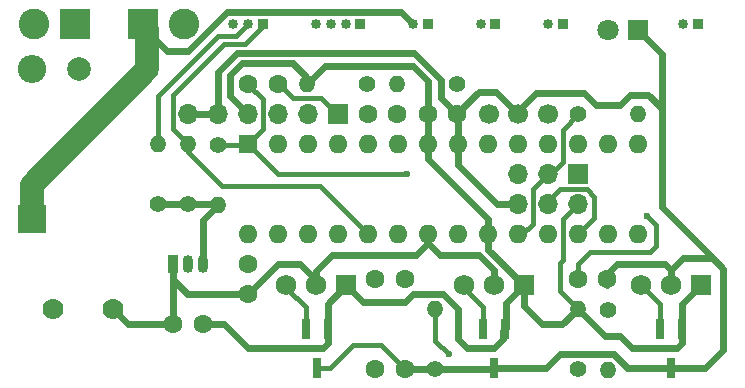
<source format=gtl>
G04 #@! TF.FileFunction,Copper,L1,Top,Signal*
%FSLAX46Y46*%
G04 Gerber Fmt 4.6, Leading zero omitted, Abs format (unit mm)*
G04 Created by KiCad (PCBNEW 4.0.6) date 06/26/19 16:14:44*
%MOMM*%
%LPD*%
G01*
G04 APERTURE LIST*
%ADD10C,0.100000*%
%ADD11C,1.750000*%
%ADD12R,1.750000X1.750000*%
%ADD13R,0.800000X1.800000*%
%ADD14C,2.000000*%
%ADD15R,1.700000X1.700000*%
%ADD16O,1.700000X1.700000*%
%ADD17R,1.600000X1.600000*%
%ADD18O,1.600000X1.600000*%
%ADD19R,2.600000X2.600000*%
%ADD20C,2.600000*%
%ADD21C,1.700000*%
%ADD22R,2.400000X2.400000*%
%ADD23O,2.400000X2.400000*%
%ADD24C,1.778000*%
%ADD25C,1.400000*%
%ADD26O,1.400000X1.400000*%
%ADD27C,1.600000*%
%ADD28R,1.800000X1.800000*%
%ADD29C,1.800000*%
%ADD30O,0.900000X1.500000*%
%ADD31R,0.900000X1.500000*%
%ADD32R,0.850000X0.850000*%
%ADD33C,0.850000*%
%ADD34C,0.600000*%
%ADD35C,0.406400*%
%ADD36C,0.609600*%
%ADD37C,0.304800*%
%ADD38C,2.032000*%
G04 APERTURE END LIST*
D10*
D11*
X90918000Y-110365000D03*
X93458000Y-110365000D03*
D12*
X95998000Y-110365000D03*
D13*
X94422000Y-114047000D03*
X92522000Y-114047000D03*
X93472000Y-117347000D03*
D14*
X49128000Y-92075000D03*
X43328000Y-92075000D03*
D15*
X65278000Y-95885000D03*
D16*
X62738000Y-95885000D03*
X60198000Y-95885000D03*
X57658000Y-95885000D03*
X55118000Y-95885000D03*
X52578000Y-95885000D03*
D17*
X57658000Y-98425000D03*
D18*
X90678000Y-106045000D03*
X60198000Y-98425000D03*
X88138000Y-106045000D03*
X62738000Y-98425000D03*
X85598000Y-106045000D03*
X65278000Y-98425000D03*
X83058000Y-106045000D03*
X67818000Y-98425000D03*
X80518000Y-106045000D03*
X70358000Y-98425000D03*
X77978000Y-106045000D03*
X72898000Y-98425000D03*
X75438000Y-106045000D03*
X75438000Y-98425000D03*
X72898000Y-106045000D03*
X77978000Y-98425000D03*
X70358000Y-106045000D03*
X80518000Y-98425000D03*
X67818000Y-106045000D03*
X83058000Y-98425000D03*
X65278000Y-106045000D03*
X85598000Y-98425000D03*
X62738000Y-106045000D03*
X88138000Y-98425000D03*
X60198000Y-106045000D03*
X90678000Y-98425000D03*
X57658000Y-106045000D03*
D19*
X48768000Y-88265000D03*
D20*
X52268000Y-88265000D03*
D19*
X43053000Y-88265000D03*
D20*
X39553000Y-88265000D03*
D21*
X83058000Y-95885000D03*
X80558000Y-95885000D03*
X78058000Y-95885000D03*
D22*
X39370000Y-104775000D03*
D23*
X39370000Y-92075000D03*
D24*
X46228000Y-112395000D03*
X41148000Y-112395000D03*
D25*
X67778000Y-93345000D03*
D26*
X62698000Y-93345000D03*
D25*
X75398000Y-93345000D03*
D26*
X70318000Y-93345000D03*
D27*
X57658000Y-108585000D03*
X57658000Y-111085000D03*
X53848000Y-113665000D03*
X51348000Y-113665000D03*
X67818000Y-95885000D03*
X70318000Y-95885000D03*
D28*
X90678000Y-88773000D03*
D29*
X88138000Y-88773000D03*
D30*
X52578000Y-108585000D03*
X53848000Y-108585000D03*
D31*
X51308000Y-108585000D03*
D27*
X72898000Y-95885000D03*
X75398000Y-95885000D03*
X60198000Y-93345000D03*
X57698000Y-93345000D03*
D25*
X55118000Y-98465000D03*
D26*
X55118000Y-103545000D03*
D27*
X85598000Y-109855000D03*
X88098000Y-109855000D03*
D25*
X88138000Y-112435000D03*
D26*
X88138000Y-117515000D03*
D25*
X85598000Y-117435000D03*
D26*
X85598000Y-112355000D03*
D11*
X75918000Y-110365000D03*
X78458000Y-110365000D03*
D12*
X80998000Y-110365000D03*
D11*
X60918000Y-110365000D03*
X63458000Y-110365000D03*
D12*
X65998000Y-110365000D03*
D25*
X52578000Y-103465000D03*
D26*
X52578000Y-98385000D03*
D25*
X50038000Y-103465000D03*
D26*
X50038000Y-98385000D03*
D25*
X85638000Y-95885000D03*
D26*
X90718000Y-95885000D03*
D27*
X68453000Y-109855000D03*
X68453000Y-117475000D03*
X70993000Y-109855000D03*
X70993000Y-117475000D03*
D25*
X73533000Y-117435000D03*
D26*
X73533000Y-112355000D03*
D15*
X85598000Y-100965000D03*
D16*
X85598000Y-103505000D03*
X83058000Y-100965000D03*
X83058000Y-103505000D03*
X80518000Y-100965000D03*
X80518000Y-103505000D03*
D32*
X72898000Y-88265000D03*
D33*
X71648000Y-88265000D03*
D32*
X67183000Y-88265000D03*
D33*
X65933000Y-88265000D03*
X64683000Y-88265000D03*
X63433000Y-88265000D03*
D32*
X95758000Y-88265000D03*
D33*
X94508000Y-88265000D03*
D32*
X84328000Y-88265000D03*
D33*
X83078000Y-88265000D03*
D32*
X78613000Y-88265000D03*
D33*
X77363000Y-88265000D03*
D32*
X58928000Y-88265000D03*
D33*
X57678000Y-88265000D03*
X56428000Y-88265000D03*
D13*
X79436000Y-114047000D03*
X77536000Y-114047000D03*
X78486000Y-117347000D03*
X64450000Y-114047000D03*
X62550000Y-114047000D03*
X63500000Y-117347000D03*
D34*
X71120000Y-100965000D03*
X91440000Y-104521000D03*
X74676000Y-116205000D03*
D35*
X60198000Y-100965000D02*
X57658000Y-98425000D01*
X62738000Y-100965000D02*
X60198000Y-100965000D01*
X71120000Y-100965000D02*
X62738000Y-100965000D01*
X55118000Y-98465000D02*
X57618000Y-98465000D01*
X57618000Y-98465000D02*
X57658000Y-98425000D01*
X57698000Y-93345000D02*
X57698000Y-93385000D01*
X57698000Y-93385000D02*
X58928000Y-94615000D01*
X58928000Y-94615000D02*
X58928000Y-97155000D01*
X58928000Y-97155000D02*
X57658000Y-98425000D01*
D36*
X51348000Y-113665000D02*
X47498000Y-113665000D01*
X47498000Y-113665000D02*
X46228000Y-112395000D01*
X92710000Y-95377000D02*
X92710000Y-90805000D01*
X92710000Y-90805000D02*
X90678000Y-88773000D01*
X93472000Y-117347000D02*
X96394000Y-117347000D01*
X96394000Y-117347000D02*
X97917000Y-115824000D01*
X78486000Y-117347000D02*
X82932000Y-117347000D01*
X89788000Y-117347000D02*
X93472000Y-117347000D01*
X88646000Y-116205000D02*
X89788000Y-117347000D01*
X84074000Y-116205000D02*
X88646000Y-116205000D01*
X82932000Y-117347000D02*
X84074000Y-116205000D01*
X73533000Y-117435000D02*
X78398000Y-117435000D01*
X78398000Y-117435000D02*
X78486000Y-117347000D01*
D35*
X63500000Y-117347000D02*
X64644000Y-117347000D01*
X68961000Y-115443000D02*
X70993000Y-117475000D01*
X66548000Y-115443000D02*
X68961000Y-115443000D01*
X64644000Y-117347000D02*
X66548000Y-115443000D01*
D37*
X93458000Y-117333000D02*
X93472000Y-117347000D01*
D36*
X92710000Y-95377000D02*
X92710000Y-103759000D01*
X80558000Y-95591000D02*
X82042000Y-94107000D01*
X82042000Y-94107000D02*
X86106000Y-94107000D01*
X86106000Y-94107000D02*
X87122000Y-95123000D01*
X87122000Y-95123000D02*
X89154000Y-95123000D01*
X89154000Y-95123000D02*
X90043000Y-94234000D01*
X90043000Y-94234000D02*
X91567000Y-94234000D01*
X91567000Y-94234000D02*
X92710000Y-95377000D01*
X92710000Y-103759000D02*
X97028000Y-108077000D01*
X88098000Y-109855000D02*
X88098000Y-109387000D01*
X88098000Y-109387000D02*
X88900000Y-108585000D01*
X92964000Y-108585000D02*
X93472000Y-109093000D01*
X88900000Y-108585000D02*
X92964000Y-108585000D01*
X97917000Y-114427000D02*
X97917000Y-115824000D01*
X97917000Y-110998000D02*
X97917000Y-108966000D01*
X97917000Y-114427000D02*
X97917000Y-110998000D01*
X97917000Y-108966000D02*
X97028000Y-108077000D01*
X97028000Y-108077000D02*
X94488000Y-108077000D01*
X94488000Y-108077000D02*
X93472000Y-109093000D01*
X93472000Y-109093000D02*
X93458000Y-109107000D01*
X93458000Y-110365000D02*
X93458000Y-109107000D01*
X57658000Y-111085000D02*
X57698000Y-111085000D01*
X57698000Y-111085000D02*
X60198000Y-108585000D01*
X62103000Y-108585000D02*
X63458000Y-109940000D01*
X60198000Y-108585000D02*
X62103000Y-108585000D01*
X63458000Y-109940000D02*
X63458000Y-110365000D01*
X88098000Y-109855000D02*
X88098000Y-110323000D01*
X72898000Y-106045000D02*
X72898000Y-106807000D01*
X72898000Y-106807000D02*
X73914000Y-107823000D01*
X78458000Y-109065000D02*
X78458000Y-110365000D01*
X77216000Y-107823000D02*
X78458000Y-109065000D01*
X73914000Y-107823000D02*
X77216000Y-107823000D01*
X63458000Y-110365000D02*
X63458000Y-109135000D01*
X63458000Y-109135000D02*
X64770000Y-107823000D01*
X64770000Y-107823000D02*
X71882000Y-107823000D01*
X71882000Y-107823000D02*
X72898000Y-106807000D01*
X57658000Y-111085000D02*
X57658000Y-111125000D01*
X51308000Y-108585000D02*
X51308000Y-109855000D01*
X52538000Y-111085000D02*
X57658000Y-111085000D01*
X51308000Y-109855000D02*
X52538000Y-111085000D01*
X51308000Y-108585000D02*
X51308000Y-113625000D01*
X51308000Y-113625000D02*
X51348000Y-113665000D01*
X70993000Y-117475000D02*
X73493000Y-117475000D01*
X73493000Y-117475000D02*
X73533000Y-117435000D01*
X80558000Y-95885000D02*
X80558000Y-95591000D01*
X52578000Y-95885000D02*
X55118000Y-95885000D01*
X75438000Y-98425000D02*
X75438000Y-100203000D01*
X75438000Y-100203000D02*
X78740000Y-103505000D01*
X78740000Y-103505000D02*
X80518000Y-103505000D01*
X55118000Y-95885000D02*
X55118000Y-92329000D01*
X55118000Y-92329000D02*
X56769000Y-90678000D01*
X56769000Y-90678000D02*
X71755000Y-90678000D01*
X71755000Y-90678000D02*
X74041000Y-92964000D01*
X74041000Y-92964000D02*
X74041000Y-94528000D01*
X74041000Y-94528000D02*
X75398000Y-95885000D01*
X73533000Y-117435000D02*
X73747000Y-117435000D01*
X75398000Y-95885000D02*
X75398000Y-95798000D01*
X75398000Y-95798000D02*
X77216000Y-93980000D01*
X78653000Y-93980000D02*
X80558000Y-95885000D01*
X77216000Y-93980000D02*
X78653000Y-93980000D01*
X75438000Y-98425000D02*
X75438000Y-95925000D01*
X75438000Y-95925000D02*
X75398000Y-95885000D01*
D35*
X85598000Y-109855000D02*
X85598000Y-108585000D01*
X92202000Y-105283000D02*
X91440000Y-104521000D01*
X92202000Y-107061000D02*
X92202000Y-105283000D01*
X91694000Y-107569000D02*
X92202000Y-107061000D01*
X86614000Y-107569000D02*
X91694000Y-107569000D01*
X85598000Y-108585000D02*
X86614000Y-107569000D01*
X52578000Y-98385000D02*
X52578000Y-99060000D01*
X52578000Y-99060000D02*
X55499000Y-101981000D01*
X63754000Y-101981000D02*
X67818000Y-106045000D01*
X55499000Y-101981000D02*
X63754000Y-101981000D01*
X58928000Y-88265000D02*
X58928000Y-88392000D01*
X58928000Y-88392000D02*
X57404000Y-89916000D01*
X57404000Y-89916000D02*
X55626000Y-89916000D01*
X55626000Y-89916000D02*
X51308000Y-94234000D01*
X51308000Y-94234000D02*
X51308000Y-97115000D01*
X51308000Y-97115000D02*
X52578000Y-98385000D01*
X74676000Y-116205000D02*
X73533000Y-115062000D01*
X73533000Y-112355000D02*
X73533000Y-115062000D01*
X83058000Y-100965000D02*
X83312000Y-100965000D01*
X83312000Y-100965000D02*
X84328000Y-99949000D01*
X84328000Y-97195000D02*
X85638000Y-95885000D01*
X84328000Y-99949000D02*
X84328000Y-97195000D01*
X80518000Y-106045000D02*
X80899000Y-106045000D01*
X80899000Y-106045000D02*
X81788000Y-105156000D01*
X81788000Y-105156000D02*
X81788000Y-102235000D01*
X81788000Y-102235000D02*
X83058000Y-100965000D01*
X60918000Y-110365000D02*
X60918000Y-110575000D01*
X60918000Y-110575000D02*
X62550000Y-112207000D01*
X62550000Y-112207000D02*
X62550000Y-114047000D01*
D36*
X93980000Y-115697000D02*
X90170000Y-115697000D01*
X93980000Y-115697000D02*
X94422000Y-115255000D01*
X94422000Y-114047000D02*
X94422000Y-115255000D01*
X87924000Y-114681000D02*
X85598000Y-112355000D01*
X89154000Y-114681000D02*
X87924000Y-114681000D01*
X90170000Y-115697000D02*
X89154000Y-114681000D01*
X94422000Y-114047000D02*
X94422000Y-111941000D01*
X94422000Y-111941000D02*
X95998000Y-110365000D01*
X75438000Y-112395000D02*
X75438000Y-114935000D01*
X65998000Y-110365000D02*
X67393000Y-111760000D01*
X70993000Y-111760000D02*
X67393000Y-111760000D01*
X71628000Y-111125000D02*
X70993000Y-111760000D01*
X74168000Y-111125000D02*
X71628000Y-111125000D01*
X75438000Y-112395000D02*
X74168000Y-111125000D01*
X78486000Y-115697000D02*
X79248000Y-114935000D01*
X76200000Y-115697000D02*
X78486000Y-115697000D01*
X75438000Y-114935000D02*
X76200000Y-115697000D01*
X79248000Y-114935000D02*
X79248000Y-114235000D01*
X79248000Y-114235000D02*
X79502000Y-113981000D01*
X79502000Y-113981000D02*
X79502000Y-111861000D01*
X79502000Y-111861000D02*
X80998000Y-110365000D01*
X64450000Y-114047000D02*
X64450000Y-111913000D01*
X64450000Y-111913000D02*
X65998000Y-110365000D01*
X53848000Y-113665000D02*
X55626000Y-113665000D01*
X64450000Y-115255000D02*
X64450000Y-114047000D01*
X64008000Y-115697000D02*
X64450000Y-115255000D01*
X57658000Y-115697000D02*
X64008000Y-115697000D01*
X55626000Y-113665000D02*
X57658000Y-115697000D01*
D37*
X95998000Y-110365000D02*
X95998000Y-110631000D01*
D36*
X85598000Y-112355000D02*
X85598000Y-112395000D01*
X85598000Y-112355000D02*
X85598000Y-112649000D01*
X80998000Y-111633000D02*
X80998000Y-112113000D01*
X80998000Y-111633000D02*
X80998000Y-110365000D01*
X80998000Y-112113000D02*
X82550000Y-113665000D01*
X82550000Y-113665000D02*
X84288000Y-113665000D01*
X84288000Y-113665000D02*
X85598000Y-112355000D01*
X77978000Y-106045000D02*
X77978000Y-107345000D01*
X77978000Y-107345000D02*
X80998000Y-110365000D01*
X53848000Y-108585000D02*
X53848000Y-104815000D01*
X53848000Y-104815000D02*
X55118000Y-103545000D01*
D35*
X84328000Y-104775000D02*
X84328000Y-108204000D01*
X85598000Y-103505000D02*
X84328000Y-104775000D01*
X84074000Y-110831000D02*
X85598000Y-112355000D01*
X84074000Y-108458000D02*
X84074000Y-110831000D01*
X84328000Y-108204000D02*
X84074000Y-108458000D01*
D36*
X52578000Y-103465000D02*
X55038000Y-103465000D01*
X55038000Y-103465000D02*
X55118000Y-103545000D01*
X62698000Y-93345000D02*
X62698000Y-92797000D01*
X62698000Y-92797000D02*
X61468000Y-91567000D01*
X56134000Y-94361000D02*
X57658000Y-95885000D01*
X56134000Y-92583000D02*
X56134000Y-94361000D01*
X57150000Y-91567000D02*
X56134000Y-92583000D01*
X61468000Y-91567000D02*
X57150000Y-91567000D01*
X72898000Y-95885000D02*
X72898000Y-93091000D01*
X64222000Y-91821000D02*
X62698000Y-93345000D01*
X71628000Y-91821000D02*
X64222000Y-91821000D01*
X72898000Y-93091000D02*
X71628000Y-91821000D01*
X72898000Y-98425000D02*
X72898000Y-99695000D01*
X77978000Y-104775000D02*
X77978000Y-106045000D01*
X72898000Y-99695000D02*
X77978000Y-104775000D01*
X72898000Y-95885000D02*
X72898000Y-98425000D01*
X50038000Y-103465000D02*
X52578000Y-103465000D01*
D35*
X75918000Y-110365000D02*
X75918000Y-110589000D01*
X75918000Y-110589000D02*
X77536000Y-112207000D01*
X77536000Y-112207000D02*
X77536000Y-114047000D01*
X83058000Y-103505000D02*
X83058000Y-103251000D01*
X83058000Y-103251000D02*
X84074000Y-102235000D01*
X84074000Y-102235000D02*
X86360000Y-102235000D01*
X86360000Y-102235000D02*
X86995000Y-102870000D01*
X86995000Y-102870000D02*
X86995000Y-104648000D01*
X86995000Y-104648000D02*
X85598000Y-106045000D01*
X92522000Y-114047000D02*
X92522000Y-111969000D01*
X92522000Y-111969000D02*
X90918000Y-110365000D01*
D37*
X90918000Y-110365000D02*
X90918000Y-110603000D01*
D35*
X60198000Y-93345000D02*
X60325000Y-93345000D01*
X60325000Y-93345000D02*
X61468000Y-94488000D01*
X61468000Y-94488000D02*
X63881000Y-94488000D01*
X63881000Y-94488000D02*
X65278000Y-95885000D01*
X50038000Y-98385000D02*
X50038000Y-94361000D01*
X56662000Y-89281000D02*
X57678000Y-88265000D01*
X55118000Y-89281000D02*
X56662000Y-89281000D01*
X50038000Y-94361000D02*
X55118000Y-89281000D01*
D36*
X48768000Y-88265000D02*
X48768000Y-88519000D01*
X48768000Y-88519000D02*
X50800000Y-90551000D01*
X70632000Y-87249000D02*
X71648000Y-88265000D01*
X55880000Y-87249000D02*
X70632000Y-87249000D01*
X52578000Y-90551000D02*
X55880000Y-87249000D01*
X50800000Y-90551000D02*
X52578000Y-90551000D01*
D35*
X68453000Y-117475000D02*
X68326000Y-117475000D01*
D36*
X48768000Y-88265000D02*
X48768000Y-88011000D01*
D38*
X49128000Y-92075000D02*
X49128000Y-88625000D01*
X49128000Y-88625000D02*
X48768000Y-88265000D01*
X39370000Y-104775000D02*
X39370000Y-101833000D01*
X39370000Y-101833000D02*
X49128000Y-92075000D01*
M02*

</source>
